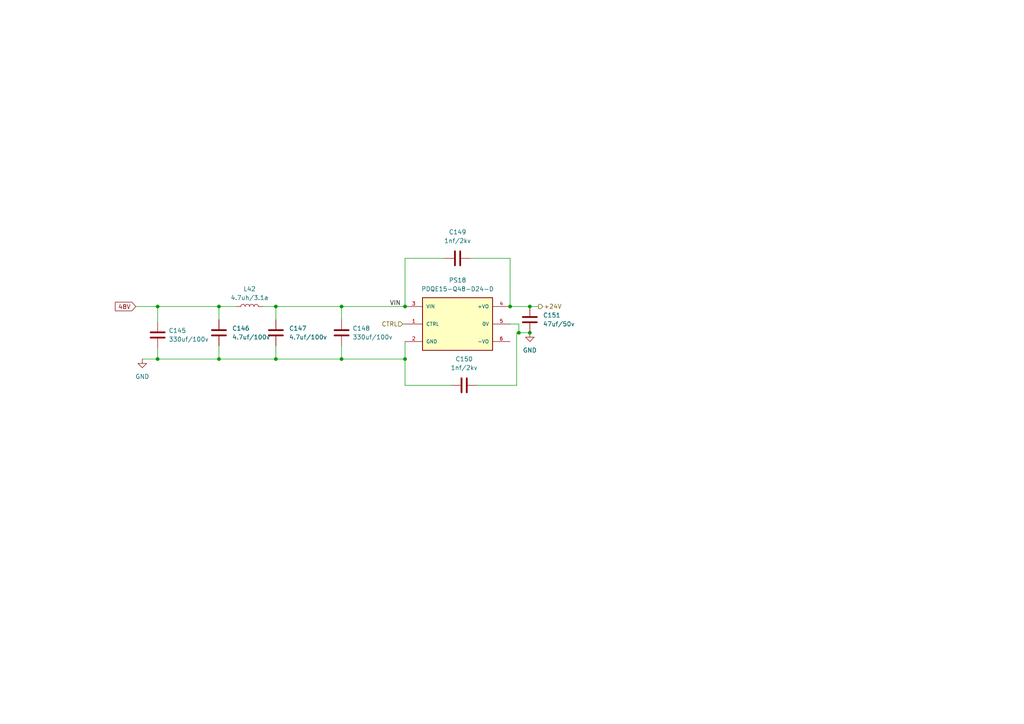
<source format=kicad_sch>
(kicad_sch (version 20231120) (generator "eeschema") (generator_version "8.0")
  (paper "A4")
  (lib_symbols
    (symbol "BCRL_power_supply:PDQE15-Q48-D24-D" (pin_names (offset 1.016))
      (property "Reference" "PS" (at -10.16 8.382 0))
      (property "Value" "PDQE15-Q48-D24-D" (at -10.16 -10.16 0))
      (symbol "PDQE15-Q48-D24-D_0_0"
        (rectangle (start -10.16 -7.62) (end 10.16 7.62) (stroke (width 0.254)) (fill (type background)))
        (pin input line (at -15.24 0 0) (length 5.08) (name "CTRL") (number "1"))
        (pin power_in line (at -15.24 -5.08 0) (length 5.08) (name "GND") (number "2"))
        (pin input line (at -15.24 5.08 0) (length 5.08) (name "VIN") (number "3"))
        (pin output line (at 15.24 5.08 180) (length 5.08) (name "+VO") (number "4"))
        (pin output line (at 15.24 0 180) (length 5.08) (name "0V") (number "5"))
        (pin output line (at 15.24 -5.08 180) (length 5.08) (name "-VO") (number "6"))
      )
    )
    (symbol "Device:C" (pin_numbers hide) (pin_names (offset 0.254))
      (property "Reference" "C" (at 0.635 2.54 0))
      (property "Value" "C" (at 0.635 -2.54 0))
      (symbol "C_0_1"
        (polyline (pts (xy -2.032 -0.762) (xy 2.032 -0.762)) (stroke (width 0.508)))
        (polyline (pts (xy -2.032 0.762) (xy 2.032 0.762)) (stroke (width 0.508)))
      )
      (symbol "C_1_1"
        (pin passive line (at 0 3.81 270) (length 2.794) (name "~") (number "1"))
        (pin passive line (at 0 -3.81 90) (length 2.794) (name "~") (number "2"))
      )
    )
    (symbol "Device:L" (pin_numbers hide) (pin_names (offset 1.016) hide)
      (property "Reference" "L" (at -1.27 0 90))
      (property "Value" "L" (at 1.905 0 90))
      (symbol "L_0_1"
        (arc (start 0 -2.54) (mid 0.6323 -1.905) (end 0 -1.27))
        (arc (start 0 -1.27) (mid 0.6323 -0.635) (end 0 0))
        (arc (start 0 0) (mid 0.6323 0.635) (end 0 1.27))
        (arc (start 0 1.27) (mid 0.6323 1.905) (end 0 2.54))
      )
      (symbol "L_1_1"
        (pin passive line (at 0 3.81 270) (length 1.27) (name "1") (number "1"))
        (pin passive line (at 0 -3.81 90) (length 1.27) (name "2") (number "2"))
      )
    )
    (symbol "power:GND" (power) (pin_names (offset 0))
      (property "Value" "GND" (at 0 -3.81 0))
      (symbol "GND_0_1"
        (polyline (pts (xy 0 0) (xy 0 -1.27) (xy 1.27 -1.27) (xy 0 -2.54) (xy -1.27 -1.27) (xy 0 -1.27)))
      )
      (symbol "GND_1_1"
        (pin power_in line (at 0 0 270) (length 0) hide (name "GND") (number "1"))
      )
    )
  )
  (junction (at 153.67 96.52))
  (junction (at 117.475 88.9))
  (junction (at 147.955 88.9))
  (junction (at 45.72 104.14))
  (junction (at 117.475 104.14))
  (junction (at 153.67 88.9))
  (junction (at 99.06 88.9))
  (junction (at 80.01 104.14))
  (junction (at 99.06 104.14))
  (junction (at 80.01 88.9))
  (junction (at 45.72 88.9))
  (junction (at 150.495 96.52))
  (junction (at 63.5 104.14))
  (junction (at 63.5 88.9))
  (wire (pts (xy 153.67 88.9) (xy 156.21 88.9)))
  (wire (pts (xy 41.275 104.14) (xy 45.72 104.14)))
  (wire (pts (xy 128.905 74.93) (xy 117.475 74.93)))
  (wire (pts (xy 99.06 104.14) (xy 117.475 104.14)))
  (wire (pts (xy 80.01 100.33) (xy 80.01 104.14)))
  (wire (pts (xy 39.37 88.9) (xy 45.72 88.9)))
  (wire (pts (xy 63.5 104.14) (xy 80.01 104.14)))
  (wire (pts (xy 80.01 104.14) (xy 99.06 104.14)))
  (wire (pts (xy 99.06 100.33) (xy 99.06 104.14)))
  (wire (pts (xy 45.72 88.9) (xy 45.72 93.345)))
  (wire (pts (xy 150.495 93.98) (xy 150.495 96.52)))
  (wire (pts (xy 149.86 96.52) (xy 150.495 96.52)))
  (wire (pts (xy 63.5 88.9) (xy 63.5 92.71)))
  (wire (pts (xy 116.84 93.98) (xy 117.475 93.98)))
  (wire (pts (xy 80.01 88.9) (xy 80.01 92.71)))
  (wire (pts (xy 130.81 111.76) (xy 117.475 111.76)))
  (wire (pts (xy 99.06 88.9) (xy 117.475 88.9)))
  (wire (pts (xy 138.43 111.76) (xy 149.86 111.76)))
  (wire (pts (xy 147.955 93.98) (xy 150.495 93.98)))
  (wire (pts (xy 136.525 74.93) (xy 147.955 74.93)))
  (wire (pts (xy 149.86 111.76) (xy 149.86 96.52)))
  (wire (pts (xy 117.475 104.14) (xy 117.475 99.06)))
  (wire (pts (xy 117.475 111.76) (xy 117.475 104.14)))
  (wire (pts (xy 45.72 88.9) (xy 63.5 88.9)))
  (wire (pts (xy 63.5 88.9) (xy 68.58 88.9)))
  (wire (pts (xy 63.5 100.33) (xy 63.5 104.14)))
  (wire (pts (xy 147.955 88.9) (xy 153.67 88.9)))
  (wire (pts (xy 80.01 88.9) (xy 99.06 88.9)))
  (wire (pts (xy 117.475 74.93) (xy 117.475 88.9)))
  (wire (pts (xy 76.2 88.9) (xy 80.01 88.9)))
  (wire (pts (xy 45.72 104.14) (xy 63.5 104.14)))
  (wire (pts (xy 99.06 88.9) (xy 99.06 92.71)))
  (wire (pts (xy 150.495 96.52) (xy 153.67 96.52)))
  (wire (pts (xy 147.955 74.93) (xy 147.955 88.9)))
  (wire (pts (xy 45.72 100.965) (xy 45.72 104.14)))
  (label "VIN" (at 113.03 88.9 0))
  (global_label "48V" (shape input) (at 39.37 88.9 180) (property "Intersheetrefs" "${INTERSHEET_REFS}" (effects (hide yes))))
  (hierarchical_label "CTRL" (shape input) (at 116.84 93.98 180))
  (hierarchical_label "+24V" (shape output) (at 156.21 88.9 0))
  (symbol (lib_id "power:GND") (at 41.275 104.14 0) (unit 1)
    (property "Reference" "#PWR0210" (effects (hide yes)))
    (property "Value" "GND" (at 41.275 109.22 0))
    (instances (project "bcrl_power_supply" (path "" (reference "#PWR0210") (unit 1)) (path "" (reference "#PWR0249") (unit 1))))
  )
  (symbol (lib_id "power:GND") (at 153.67 96.52 0) (unit 1)
    (property "Reference" "#PWR0211" (effects (hide yes)))
    (property "Value" "GND" (at 153.67 101.6 0))
    (instances (project "bcrl_power_supply" (path "" (reference "#PWR0211") (unit 1)) (path "" (reference "#PWR0250") (unit 1))))
  )
  (symbol (lib_id "Device:C") (at 63.5 96.52 0) (unit 1)
    (property "Reference" "C146" (at 67.31 95.25 0) (effects (justify left)))
    (property "Value" "4.7uf/100v" (at 67.31 97.79 0) (effects (justify left)))
    (property "Footprint" "Capacitor_SMD:C_0603_1608Metric" (effects (hide yes)))
    (instances (project "bcrl_power_supply" (path "" (reference "C146") (unit 1)) (path "" (reference "C163") (unit 1))))
  )
  (symbol (lib_id "Device:C") (at 153.67 92.71 0) (unit 1)
    (property "Reference" "C151" (at 157.48 91.44 0) (effects (justify left)))
    (property "Value" "47uf/50v" (at 157.48 93.98 0) (effects (justify left)))
    (property "Footprint" "Capacitor_SMD:C_0603_1608Metric" (effects (hide yes)))
    (instances (project "bcrl_power_supply" (path "" (reference "C151") (unit 1)) (path "" (reference "C168") (unit 1))))
  )
  (symbol (lib_id "Device:C") (at 132.715 74.93 90) (unit 1)
    (property "Reference" "C149" (at 132.715 67.31 90))
    (property "Value" "1nf/2kv" (at 132.715 69.85 90))
    (property "Footprint" "Capacitor_SMD:C_0603_1608Metric" (effects (hide yes)))
    (instances (project "bcrl_power_supply" (path "" (reference "C149") (unit 1)) (path "" (reference "C166") (unit 1))))
  )
  (symbol (lib_id "BCRL_power_supply:PDQE15-Q48-D24-D") (at 132.715 93.98 0) (unit 1)
    (property "Reference" "PS18" (at 132.715 81.28 0))
    (property "Value" "PDQE15-Q48-D24-D" (at 132.715 83.82 0))
    (property "Footprint" "BCRL_power_supply:CONV_PDQE15-Q48-D24-D" (effects (hide yes)))
    (property "PARTREV" "1.0" (effects (hide yes)))
    (property "STANDARD" "Manufacturer Recommendations" (effects (hide yes)))
    (property "MAXIMUM_PACKAGE_HEIGHT" "11.70mm" (effects (hide yes)))
    (property "MANUFACTURER" "CUI Inc." (effects (hide yes)))
    (instances (project "bcrl_power_supply" (path "" (reference "PS18") (unit 1)) (path "" (reference "PS20") (unit 1))))
  )
  (symbol (lib_id "Device:C") (at 134.62 111.76 270) (mirror x) (unit 1)
    (property "Reference" "C150" (at 134.62 104.14 90))
    (property "Value" "1nf/2kv" (at 134.62 106.68 90))
    (property "Footprint" "Capacitor_SMD:C_0603_1608Metric" (effects (hide yes)))
    (instances (project "bcrl_power_supply" (path "" (reference "C150") (unit 1)) (path "" (reference "C167") (unit 1))))
  )
  (symbol (lib_id "Device:C") (at 99.06 96.52 0) (unit 1)
    (property "Reference" "C148" (at 102.235 95.25 0) (effects (justify left)))
    (property "Value" "330uf/100v" (at 102.235 97.79 0) (effects (justify left)))
    (property "Footprint" "Capacitor_SMD:C_0603_1608Metric" (effects (hide yes)))
    (instances (project "bcrl_power_supply" (path "" (reference "C148") (unit 1)) (path "" (reference "C165") (unit 1))))
  )
  (symbol (lib_id "Device:L") (at 72.39 88.9 90) (unit 1)
    (property "Reference" "L42" (at 72.39 83.82 90))
    (property "Value" "4.7uh/3.1a" (at 72.39 86.36 90))
    (property "Footprint" "Inductor_SMD:L_0603_1608Metric" (effects (hide yes)))
    (instances (project "bcrl_power_supply" (path "" (reference "L42") (unit 1)) (path "" (reference "L46") (unit 1))))
  )
  (symbol (lib_id "Device:C") (at 45.72 97.155 0) (unit 1)
    (property "Reference" "C145" (at 48.895 95.885 0) (effects (justify left)))
    (property "Value" "330uf/100v" (at 48.895 98.425 0) (effects (justify left)))
    (property "Footprint" "Capacitor_SMD:C_0603_1608Metric" (effects (hide yes)))
    (instances (project "bcrl_power_supply" (path "" (reference "C145") (unit 1)) (path "" (reference "C162") (unit 1))))
  )
  (symbol (lib_id "Device:C") (at 80.01 96.52 0) (unit 1)
    (property "Reference" "C147" (at 83.82 95.25 0) (effects (justify left)))
    (property "Value" "4.7uf/100v" (at 83.82 97.79 0) (effects (justify left)))
    (property "Footprint" "Capacitor_SMD:C_0603_1608Metric" (effects (hide yes)))
    (instances (project "bcrl_power_supply" (path "" (reference "C147") (unit 1)) (path "" (reference "C164") (unit 1))))
  )
)
</source>
